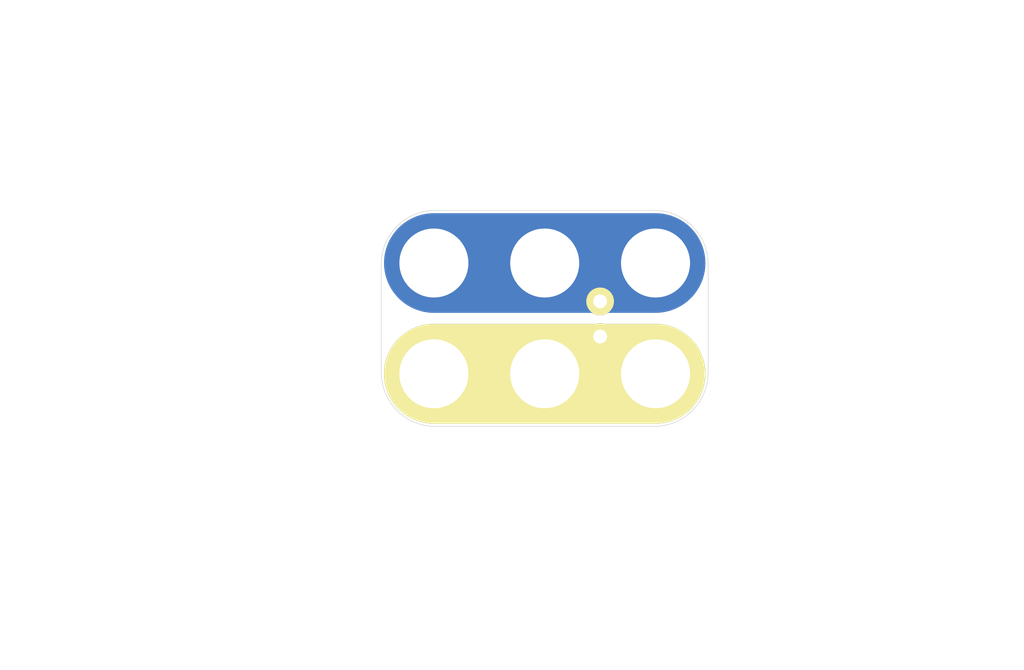
<source format=kicad_pcb>
(kicad_pcb (version 4) (host pcbnew 4.0.5-e0-6337~49~ubuntu16.04.1)

  (general
    (links 0)
    (no_connects 0)
    (area 104.572999 74.854999 178.510001 123.265001)
    (thickness 1.6)
    (drawings 17)
    (tracks 0)
    (zones 0)
    (modules 1)
    (nets 1)
  )

  (page USLetter)
  (title_block
    (title "2x3 Magnet-compatibel 2.54mm-pitch Module")
    (date "13 Jan 2017")
    (rev 1.0)
    (company "All rights reserved.")
    (comment 1 help@browndoggadgets.com)
    (comment 2 http://browndoggadgets.com/)
    (comment 3 "Brown Dog Gadgets")
  )

  (layers
    (0 F.Cu signal)
    (31 B.Cu signal)
    (34 B.Paste user)
    (35 F.Paste user)
    (36 B.SilkS user)
    (37 F.SilkS user)
    (38 B.Mask user)
    (39 F.Mask user)
    (44 Edge.Cuts user)
    (46 B.CrtYd user)
    (47 F.CrtYd user)
    (48 B.Fab user)
    (49 F.Fab user)
  )

  (setup
    (last_trace_width 0.254)
    (user_trace_width 0.1524)
    (user_trace_width 0.254)
    (user_trace_width 0.3302)
    (user_trace_width 0.508)
    (user_trace_width 0.762)
    (user_trace_width 1.27)
    (trace_clearance 0.254)
    (zone_clearance 0.508)
    (zone_45_only no)
    (trace_min 0.1524)
    (segment_width 0.1524)
    (edge_width 0.1524)
    (via_size 0.6858)
    (via_drill 0.3302)
    (via_min_size 0.6858)
    (via_min_drill 0.3302)
    (user_via 0.6858 0.3302)
    (user_via 0.762 0.4064)
    (user_via 0.8636 0.508)
    (uvia_size 0.6858)
    (uvia_drill 0.3302)
    (uvias_allowed no)
    (uvia_min_size 0)
    (uvia_min_drill 0)
    (pcb_text_width 0.1524)
    (pcb_text_size 1.016 1.016)
    (mod_edge_width 0.1524)
    (mod_text_size 1.016 1.016)
    (mod_text_width 0.1524)
    (pad_size 1.524 1.524)
    (pad_drill 0.762)
    (pad_to_mask_clearance 0.0762)
    (solder_mask_min_width 0.1016)
    (pad_to_paste_clearance -0.0762)
    (aux_axis_origin 0 0)
    (visible_elements FFFEDF7D)
    (pcbplotparams
      (layerselection 0x310fc_80000001)
      (usegerberextensions true)
      (excludeedgelayer true)
      (linewidth 0.100000)
      (plotframeref false)
      (viasonmask false)
      (mode 1)
      (useauxorigin false)
      (hpglpennumber 1)
      (hpglpenspeed 20)
      (hpglpendiameter 15)
      (hpglpenoverlay 2)
      (psnegative false)
      (psa4output false)
      (plotreference true)
      (plotvalue true)
      (plotinvisibletext false)
      (padsonsilk false)
      (subtractmaskfromsilk false)
      (outputformat 1)
      (mirror false)
      (drillshape 0)
      (scaleselection 1)
      (outputdirectory gerbers))
  )

  (net 0 "")

  (net_class Default "This is the default net class."
    (clearance 0.254)
    (trace_width 0.254)
    (via_dia 0.6858)
    (via_drill 0.3302)
    (uvia_dia 0.6858)
    (uvia_drill 0.3302)
  )

  (module Crazy_Circuits:GENERIC-2.54MM-TH-2x3 (layer F.Cu) (tedit 587F2735) (tstamp 5879564A)
    (at 143.891 101.854)
    (descr "10mm LED 5mm pitch through hole center polarized")
    (fp_text reference LED (at -4 -4) (layer B.SilkS) hide
      (effects (font (size 1 1) (thickness 0.15)) (justify mirror))
    )
    (fp_text value Val** (at 4 -4) (layer F.Fab) hide
      (effects (font (size 1 1) (thickness 0.15)))
    )
    (fp_text user %R (at 0 -3.99) (layer F.Fab)
      (effects (font (size 1 1) (thickness 0.15)))
    )
    (fp_line (start 8 -8) (end -8 -8) (layer B.Mask) (width 7.2))
    (fp_line (start 8 -8) (end -8 -8) (layer B.Cu) (width 7.2))
    (fp_line (start 8 0) (end -8 0) (layer B.Mask) (width 7.2))
    (fp_line (start 8 0) (end -8 0) (layer B.Cu) (width 7.2))
    (fp_line (start 7.9 -11.8) (end -7.9 -11.8) (layer Edge.Cuts) (width 0.04064))
    (fp_line (start 7.9 3.8) (end -7.9 3.8) (layer Edge.Cuts) (width 0.04064))
    (fp_line (start 11.8 -0.1) (end 11.8 -7.9) (layer Edge.Cuts) (width 0.04064))
    (fp_line (start -11.8 -0.1) (end -11.8 -7.9) (layer Edge.Cuts) (width 0.04064))
    (fp_arc (start 7.9 -7.9) (end 7.9 -11.8) (angle 90) (layer Edge.Cuts) (width 0.04064))
    (fp_arc (start 7.9 -0.1) (end 11.8 -0.1) (angle 90) (layer Edge.Cuts) (width 0.04064))
    (fp_arc (start -7.9 -0.1) (end -7.9 3.8) (angle 90) (layer Edge.Cuts) (width 0.04064))
    (fp_arc (start -7.9 -7.9) (end -11.8 -7.9) (angle 90) (layer Edge.Cuts) (width 0.04064))
    (fp_line (start 7.9 -11.8) (end -7.9 -11.8) (layer F.Fab) (width 0.04064))
    (fp_line (start 7.9 3.8) (end -7.9 3.8) (layer F.Fab) (width 0.04064))
    (fp_line (start 11.8 -0.1) (end 11.8 -7.9) (layer F.Fab) (width 0.04064))
    (fp_line (start -11.8 -0.1) (end -11.8 -7.9) (layer F.Fab) (width 0.04064))
    (fp_arc (start 7.9 -7.9) (end 7.9 -11.8) (angle 90) (layer F.Fab) (width 0.04064))
    (fp_arc (start 7.9 -0.1) (end 11.8 -0.1) (angle 90) (layer F.Fab) (width 0.04064))
    (fp_arc (start -7.9 -0.1) (end -7.9 3.8) (angle 90) (layer F.Fab) (width 0.04064))
    (fp_arc (start -7.9 -7.9) (end -11.8 -7.9) (angle 90) (layer F.Fab) (width 0.04064))
    (fp_line (start 8 0) (end -8 0) (layer F.SilkS) (width 7.2))
    (pad + thru_hole circle (at 4 -5.23) (size 2 2) (drill 1.00076) (layers *.Cu *.Mask F.SilkS))
    (pad - thru_hole circle (at 4 -2.69 270) (size 1.9 1.9) (drill 1.00076) (layers *.Cu *.Mask F.SilkS))
    (pad - thru_hole circle (at -8 0) (size 6 6) (drill 4.98) (layers *.Cu *.Mask))
    (pad + thru_hole circle (at -8 -8) (size 6 6) (drill 4.98) (layers *.Cu *.Mask))
    (pad + thru_hole circle (at 8 -8) (size 6 6) (drill 4.98) (layers *.Cu *.Mask))
    (pad - thru_hole circle (at 8 0) (size 6 6) (drill 4.98) (layers *.Cu *.Mask))
    (pad + thru_hole circle (at 0 -8) (size 6 6) (drill 4.98) (layers *.Cu *.Mask))
    (pad - thru_hole circle (at 0 0) (size 6 6) (drill 4.98) (layers *.Cu *.Mask))
  )

  (gr_circle (center 117.348 76.962) (end 118.618 76.962) (layer Dwgs.User) (width 0.15))
  (gr_line (start 114.427 78.994) (end 114.427 74.93) (angle 90) (layer Dwgs.User) (width 0.15))
  (gr_line (start 120.269 78.994) (end 114.427 78.994) (angle 90) (layer Dwgs.User) (width 0.15))
  (gr_line (start 120.269 74.93) (end 120.269 78.994) (angle 90) (layer Dwgs.User) (width 0.15))
  (gr_line (start 114.427 74.93) (end 120.269 74.93) (angle 90) (layer Dwgs.User) (width 0.15))
  (gr_line (start 120.523 93.98) (end 104.648 93.98) (angle 90) (layer Dwgs.User) (width 0.15))
  (gr_line (start 173.355 102.235) (end 173.355 94.615) (angle 90) (layer Dwgs.User) (width 0.15))
  (gr_line (start 178.435 102.235) (end 173.355 102.235) (angle 90) (layer Dwgs.User) (width 0.15))
  (gr_line (start 178.435 94.615) (end 178.435 102.235) (angle 90) (layer Dwgs.User) (width 0.15))
  (gr_line (start 173.355 94.615) (end 178.435 94.615) (angle 90) (layer Dwgs.User) (width 0.15))
  (gr_line (start 109.093 123.19) (end 109.093 114.3) (angle 90) (layer Dwgs.User) (width 0.15))
  (gr_line (start 122.428 123.19) (end 109.093 123.19) (angle 90) (layer Dwgs.User) (width 0.15))
  (gr_line (start 122.428 114.3) (end 122.428 123.19) (angle 90) (layer Dwgs.User) (width 0.15))
  (gr_line (start 109.093 114.3) (end 122.428 114.3) (angle 90) (layer Dwgs.User) (width 0.15))
  (gr_line (start 104.648 93.98) (end 104.648 82.55) (angle 90) (layer Dwgs.User) (width 0.15))
  (gr_line (start 120.523 82.55) (end 120.523 93.98) (angle 90) (layer Dwgs.User) (width 0.15))
  (gr_line (start 104.648 82.55) (end 120.523 82.55) (angle 90) (layer Dwgs.User) (width 0.15))

)

</source>
